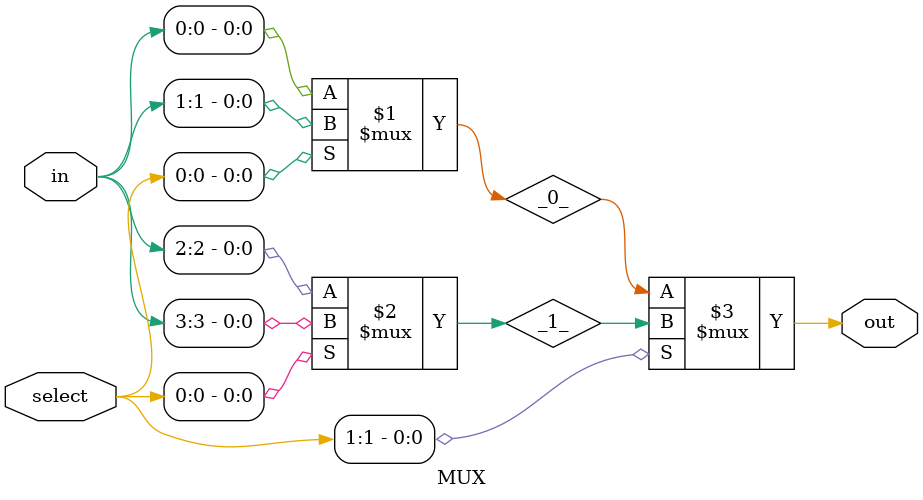
<source format=sv>
/* Generated by Yosys 0.38+113 (git sha1 91fbd5898, clang++ 14.0.0-1ubuntu1.1 -fPIC -Os) */

(* top =  1  *)
(* src = "mux.sv:1.1-5.10" *)
module MUX(in, select, out);
  wire _0_;
  wire _1_;
  (* src = "mux.sv:1.29-1.31" *)
  input [3:0] in;
  wire [3:0] in;
  (* src = "mux.sv:1.71-1.74" *)
  output out;
  wire out;
  (* src = "mux.sv:1.50-1.56" *)
  input [1:0] select;
  wire [1:0] select;
  assign _0_ = select[0] ? in[1] : in[0];
  assign _1_ = select[0] ? in[3] : in[2];
  assign out = select[1] ? _1_ : _0_;
endmodule

</source>
